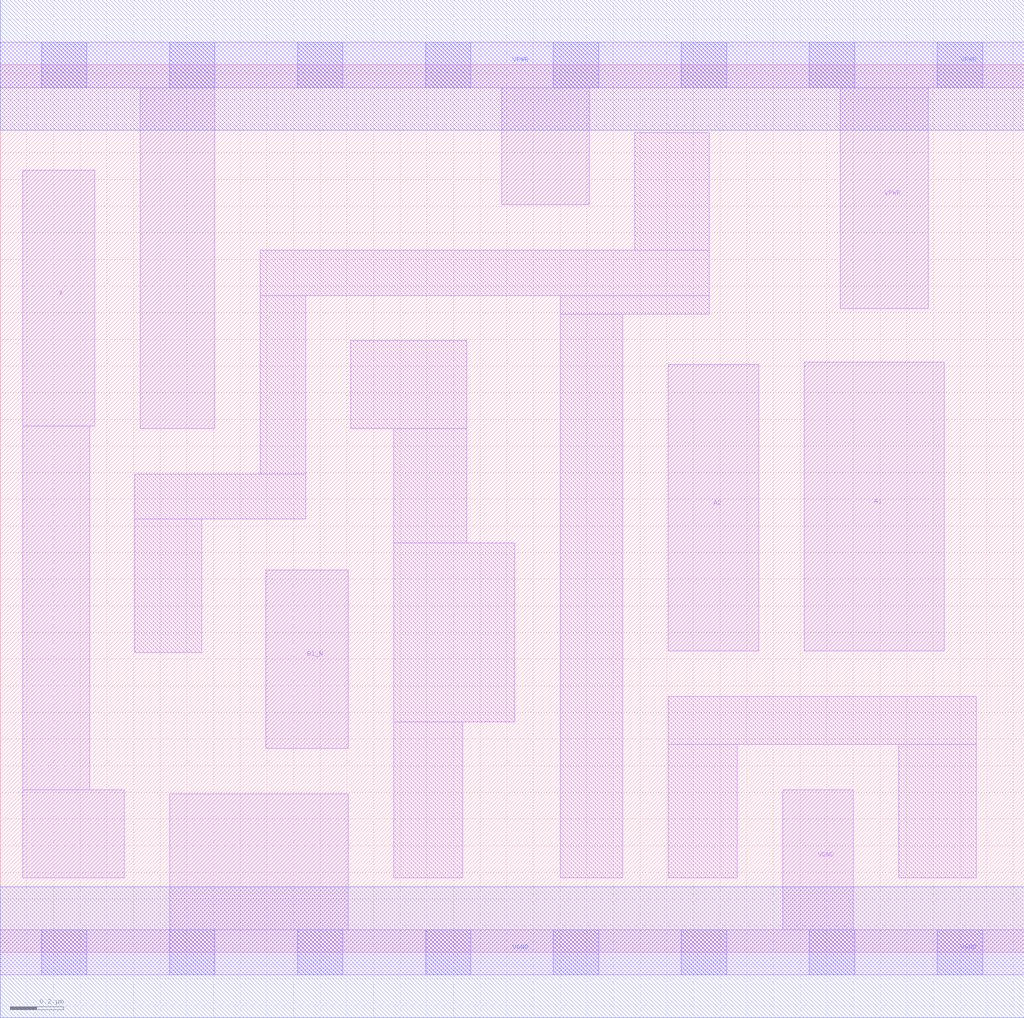
<source format=lef>
# Copyright 2020 The SkyWater PDK Authors
#
# Licensed under the Apache License, Version 2.0 (the "License");
# you may not use this file except in compliance with the License.
# You may obtain a copy of the License at
#
#     https://www.apache.org/licenses/LICENSE-2.0
#
# Unless required by applicable law or agreed to in writing, software
# distributed under the License is distributed on an "AS IS" BASIS,
# WITHOUT WARRANTIES OR CONDITIONS OF ANY KIND, either express or implied.
# See the License for the specific language governing permissions and
# limitations under the License.
#
# SPDX-License-Identifier: Apache-2.0

VERSION 5.7 ;
  NAMESCASESENSITIVE ON ;
  NOWIREEXTENSIONATPIN ON ;
  DIVIDERCHAR "/" ;
  BUSBITCHARS "[]" ;
UNITS
  DATABASE MICRONS 200 ;
END UNITS
MACRO sky130_fd_sc_lp__o21ba_0
  CLASS CORE ;
  SOURCE USER ;
  FOREIGN sky130_fd_sc_lp__o21ba_0 ;
  ORIGIN  0.000000  0.000000 ;
  SIZE  3.840000 BY  3.330000 ;
  SYMMETRY X Y R90 ;
  SITE unit ;
  PIN A1
    ANTENNAGATEAREA  0.159000 ;
    DIRECTION INPUT ;
    USE SIGNAL ;
    PORT
      LAYER li1 ;
        RECT 3.015000 1.130000 3.540000 2.215000 ;
    END
  END A1
  PIN A2
    ANTENNAGATEAREA  0.159000 ;
    DIRECTION INPUT ;
    USE SIGNAL ;
    PORT
      LAYER li1 ;
        RECT 2.505000 1.130000 2.845000 2.205000 ;
    END
  END A2
  PIN B1_N
    ANTENNAGATEAREA  0.126000 ;
    DIRECTION INPUT ;
    USE SIGNAL ;
    PORT
      LAYER li1 ;
        RECT 0.995000 0.765000 1.305000 1.435000 ;
    END
  END B1_N
  PIN X
    ANTENNADIFFAREA  0.280900 ;
    DIRECTION OUTPUT ;
    USE SIGNAL ;
    PORT
      LAYER li1 ;
        RECT 0.085000 0.280000 0.465000 0.610000 ;
        RECT 0.085000 0.610000 0.335000 1.975000 ;
        RECT 0.085000 1.975000 0.355000 2.935000 ;
    END
  END X
  PIN VGND
    DIRECTION INOUT ;
    USE GROUND ;
    PORT
      LAYER li1 ;
        RECT 0.000000 -0.085000 3.840000 0.085000 ;
        RECT 0.635000  0.085000 1.305000 0.595000 ;
        RECT 2.935000  0.085000 3.200000 0.610000 ;
      LAYER mcon ;
        RECT 0.155000 -0.085000 0.325000 0.085000 ;
        RECT 0.635000 -0.085000 0.805000 0.085000 ;
        RECT 1.115000 -0.085000 1.285000 0.085000 ;
        RECT 1.595000 -0.085000 1.765000 0.085000 ;
        RECT 2.075000 -0.085000 2.245000 0.085000 ;
        RECT 2.555000 -0.085000 2.725000 0.085000 ;
        RECT 3.035000 -0.085000 3.205000 0.085000 ;
        RECT 3.515000 -0.085000 3.685000 0.085000 ;
      LAYER met1 ;
        RECT 0.000000 -0.245000 3.840000 0.245000 ;
    END
  END VGND
  PIN VPWR
    DIRECTION INOUT ;
    USE POWER ;
    PORT
      LAYER li1 ;
        RECT 0.000000 3.245000 3.840000 3.415000 ;
        RECT 0.525000 1.965000 0.805000 3.245000 ;
        RECT 1.880000 2.805000 2.210000 3.245000 ;
        RECT 3.150000 2.415000 3.480000 3.245000 ;
      LAYER mcon ;
        RECT 0.155000 3.245000 0.325000 3.415000 ;
        RECT 0.635000 3.245000 0.805000 3.415000 ;
        RECT 1.115000 3.245000 1.285000 3.415000 ;
        RECT 1.595000 3.245000 1.765000 3.415000 ;
        RECT 2.075000 3.245000 2.245000 3.415000 ;
        RECT 2.555000 3.245000 2.725000 3.415000 ;
        RECT 3.035000 3.245000 3.205000 3.415000 ;
        RECT 3.515000 3.245000 3.685000 3.415000 ;
      LAYER met1 ;
        RECT 0.000000 3.085000 3.840000 3.575000 ;
    END
  END VPWR
  OBS
    LAYER li1 ;
      RECT 0.505000 1.125000 0.755000 1.625000 ;
      RECT 0.505000 1.625000 1.145000 1.795000 ;
      RECT 0.975000 1.795000 1.145000 2.465000 ;
      RECT 0.975000 2.465000 2.660000 2.635000 ;
      RECT 1.315000 1.965000 1.750000 2.295000 ;
      RECT 1.475000 0.280000 1.735000 0.865000 ;
      RECT 1.475000 0.865000 1.930000 1.535000 ;
      RECT 1.475000 1.535000 1.750000 1.965000 ;
      RECT 2.100000 0.280000 2.335000 2.395000 ;
      RECT 2.100000 2.395000 2.660000 2.465000 ;
      RECT 2.380000 2.635000 2.660000 3.075000 ;
      RECT 2.505000 0.280000 2.765000 0.780000 ;
      RECT 2.505000 0.780000 3.660000 0.960000 ;
      RECT 3.370000 0.280000 3.660000 0.780000 ;
  END
END sky130_fd_sc_lp__o21ba_0

</source>
